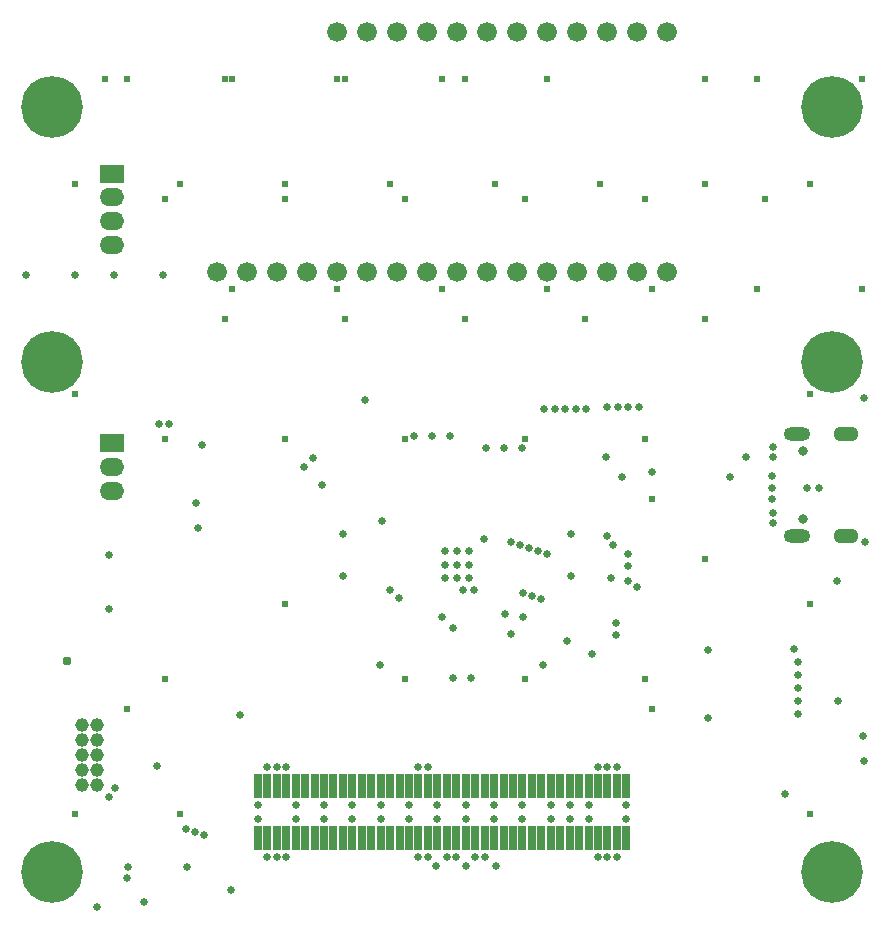
<source format=gbs>
G04*
G04 #@! TF.GenerationSoftware,Altium Limited,Altium Designer,24.2.2 (26)*
G04*
G04 Layer_Color=16711935*
%FSLAX44Y44*%
%MOMM*%
G71*
G04*
G04 #@! TF.SameCoordinates,F7EBB540-B4CE-4F1F-BB4A-EDFB59B12267*
G04*
G04*
G04 #@! TF.FilePolarity,Negative*
G04*
G01*
G75*
%ADD65C,1.6740*%
%ADD72R,0.6500X2.1500*%
G04:AMPARAMS|DCode=73|XSize=1.95mm|YSize=1.15mm|CornerRadius=0.325mm|HoleSize=0mm|Usage=FLASHONLY|Rotation=180.000|XOffset=0mm|YOffset=0mm|HoleType=Round|Shape=RoundedRectangle|*
%AMROUNDEDRECTD73*
21,1,1.9500,0.5000,0,0,180.0*
21,1,1.3000,1.1500,0,0,180.0*
1,1,0.6500,-0.6500,0.2500*
1,1,0.6500,0.6500,0.2500*
1,1,0.6500,0.6500,-0.2500*
1,1,0.6500,-0.6500,-0.2500*
%
%ADD73ROUNDEDRECTD73*%
%ADD74O,2.2500X1.1500*%
%ADD75C,0.8000*%
%ADD76O,2.0550X1.5470*%
%ADD77R,2.0550X1.5470*%
%ADD78C,1.1500*%
%ADD79C,5.2300*%
%ADD80C,0.6072*%
%ADD112C,0.6556*%
%ADD113C,0.7826*%
D65*
X241300Y711200D02*
D03*
X266700D02*
D03*
X292100D02*
D03*
X317500D02*
D03*
X342900D02*
D03*
X368300D02*
D03*
X393700D02*
D03*
X419100D02*
D03*
X444500D02*
D03*
X469900D02*
D03*
X495300D02*
D03*
X520700D02*
D03*
Y508000D02*
D03*
X495300D02*
D03*
X469900D02*
D03*
X444500D02*
D03*
X419100D02*
D03*
X393700D02*
D03*
X368300D02*
D03*
X342900D02*
D03*
X317500D02*
D03*
X292100D02*
D03*
X266700D02*
D03*
X241300D02*
D03*
X215900D02*
D03*
X190500D02*
D03*
X165100D02*
D03*
X139700D02*
D03*
D72*
X174200Y72800D02*
D03*
Y28800D02*
D03*
X182200Y72800D02*
D03*
Y28800D02*
D03*
X190200Y72800D02*
D03*
Y28800D02*
D03*
X198200Y72800D02*
D03*
Y28800D02*
D03*
X206200Y72800D02*
D03*
Y28800D02*
D03*
X214200Y72800D02*
D03*
Y28800D02*
D03*
X222200Y72800D02*
D03*
Y28800D02*
D03*
X230200Y72800D02*
D03*
Y28800D02*
D03*
X238200Y72800D02*
D03*
Y28800D02*
D03*
X246200Y72800D02*
D03*
Y28800D02*
D03*
X254200Y72800D02*
D03*
Y28800D02*
D03*
X262200Y72800D02*
D03*
Y28800D02*
D03*
X270200Y72800D02*
D03*
Y28800D02*
D03*
X278200Y72800D02*
D03*
Y28800D02*
D03*
X286200Y72800D02*
D03*
Y28800D02*
D03*
X294200Y72800D02*
D03*
Y28800D02*
D03*
X302200Y72800D02*
D03*
Y28800D02*
D03*
X310200Y72800D02*
D03*
Y28800D02*
D03*
X318200Y72800D02*
D03*
Y28800D02*
D03*
X326200Y72800D02*
D03*
Y28800D02*
D03*
X334200Y72800D02*
D03*
Y28800D02*
D03*
X342200Y72800D02*
D03*
Y28800D02*
D03*
X350200Y72800D02*
D03*
Y28800D02*
D03*
X358200Y72800D02*
D03*
Y28800D02*
D03*
X366200Y72800D02*
D03*
Y28800D02*
D03*
X374200Y72800D02*
D03*
Y28800D02*
D03*
X382200Y72800D02*
D03*
Y28800D02*
D03*
X390200Y72800D02*
D03*
Y28800D02*
D03*
X398200Y72800D02*
D03*
Y28800D02*
D03*
X406200Y72800D02*
D03*
Y28800D02*
D03*
X414200Y72800D02*
D03*
Y28800D02*
D03*
X422200Y72800D02*
D03*
Y28800D02*
D03*
X430200Y72800D02*
D03*
Y28800D02*
D03*
X438200Y72800D02*
D03*
Y28800D02*
D03*
X446200Y72800D02*
D03*
Y28800D02*
D03*
X454200Y72800D02*
D03*
Y28800D02*
D03*
X462200Y72800D02*
D03*
Y28800D02*
D03*
X470200Y72800D02*
D03*
Y28800D02*
D03*
X478200Y72800D02*
D03*
Y28800D02*
D03*
X486200Y72800D02*
D03*
Y28800D02*
D03*
D73*
X672390Y284500D02*
D03*
Y370900D02*
D03*
D74*
X630590Y284500D02*
D03*
Y370900D02*
D03*
D75*
X635590Y356600D02*
D03*
Y298800D02*
D03*
D76*
X50800Y322900D02*
D03*
Y342900D02*
D03*
Y551180D02*
D03*
Y571180D02*
D03*
Y531180D02*
D03*
D77*
Y362900D02*
D03*
Y591180D02*
D03*
D78*
X25400Y73660D02*
D03*
Y86360D02*
D03*
Y99060D02*
D03*
Y111760D02*
D03*
Y124460D02*
D03*
X38100Y73660D02*
D03*
Y86360D02*
D03*
Y99060D02*
D03*
Y111760D02*
D03*
Y124460D02*
D03*
D79*
X660400Y647700D02*
D03*
X0D02*
D03*
Y431800D02*
D03*
Y0D02*
D03*
X660400D02*
D03*
Y431800D02*
D03*
D80*
X685800Y671830D02*
D03*
X641350Y582930D02*
D03*
X685800Y494030D02*
D03*
X641350Y405130D02*
D03*
Y227330D02*
D03*
Y49530D02*
D03*
X596900Y671830D02*
D03*
X552450Y582930D02*
D03*
X596900Y494030D02*
D03*
X463550Y582930D02*
D03*
X508000Y494030D02*
D03*
Y316230D02*
D03*
Y138430D02*
D03*
X419100Y671830D02*
D03*
X374650Y582930D02*
D03*
X419100Y494030D02*
D03*
X330200Y671830D02*
D03*
X285750Y582930D02*
D03*
X330200Y494030D02*
D03*
X241300Y671830D02*
D03*
X196850Y582930D02*
D03*
X241300Y494030D02*
D03*
X196850Y227330D02*
D03*
X152400Y671830D02*
D03*
X107950Y582930D02*
D03*
X152400Y494030D02*
D03*
X107950Y49530D02*
D03*
X63500Y671830D02*
D03*
X19050Y582930D02*
D03*
Y405130D02*
D03*
X63500Y138430D02*
D03*
X19050Y49530D02*
D03*
X552450Y671830D02*
D03*
X603250Y570230D02*
D03*
X552450Y468630D02*
D03*
Y265430D02*
D03*
X501650Y570230D02*
D03*
X450850Y468630D02*
D03*
X501650Y367030D02*
D03*
Y163830D02*
D03*
X349250Y671830D02*
D03*
X400050Y570230D02*
D03*
X349250Y468630D02*
D03*
X400050Y367030D02*
D03*
Y163830D02*
D03*
X247650Y671830D02*
D03*
X298450Y570230D02*
D03*
X247650Y468630D02*
D03*
X298450Y367030D02*
D03*
Y163830D02*
D03*
X146050Y671830D02*
D03*
X196850Y570230D02*
D03*
X146050Y468630D02*
D03*
X196850Y367030D02*
D03*
X44450Y671830D02*
D03*
X95250Y570230D02*
D03*
Y367030D02*
D03*
Y163830D02*
D03*
D112*
X279400Y297180D02*
D03*
X310200Y12700D02*
D03*
X318200D02*
D03*
X63960Y4260D02*
D03*
X63713Y-5080D02*
D03*
X93980Y505640D02*
D03*
X182200Y12700D02*
D03*
X190200D02*
D03*
X198200D02*
D03*
X462200Y88900D02*
D03*
X470200D02*
D03*
X478200D02*
D03*
X310200D02*
D03*
X318200D02*
D03*
X182200D02*
D03*
X190200D02*
D03*
X198200D02*
D03*
X462200Y12700D02*
D03*
X470200D02*
D03*
X478200D02*
D03*
X374200Y44900D02*
D03*
X350200D02*
D03*
X486200D02*
D03*
Y56700D02*
D03*
X374200D02*
D03*
X350200D02*
D03*
X326200D02*
D03*
Y44900D02*
D03*
X302200D02*
D03*
Y56700D02*
D03*
X278200D02*
D03*
Y44900D02*
D03*
X254200D02*
D03*
Y56700D02*
D03*
X230200D02*
D03*
Y44900D02*
D03*
X206200D02*
D03*
Y56700D02*
D03*
X174200D02*
D03*
Y44900D02*
D03*
X454200Y56700D02*
D03*
X438200D02*
D03*
X422200D02*
D03*
X398200D02*
D03*
X422200Y44900D02*
D03*
X438200D02*
D03*
X454200D02*
D03*
X398200D02*
D03*
X383540Y218440D02*
D03*
X487680Y259080D02*
D03*
X474980Y276860D02*
D03*
X469900Y284480D02*
D03*
X478790Y393700D02*
D03*
X487680Y269240D02*
D03*
Y393700D02*
D03*
X452120Y392430D02*
D03*
X416560D02*
D03*
X496570Y393700D02*
D03*
X469900D02*
D03*
X443230Y392430D02*
D03*
X419100Y269240D02*
D03*
X434340Y392430D02*
D03*
X411480Y271780D02*
D03*
X425450Y392430D02*
D03*
X403860Y274320D02*
D03*
X495300Y241300D02*
D03*
X487680Y246380D02*
D03*
X228600Y327660D02*
D03*
X213360Y342900D02*
D03*
X220980Y350520D02*
D03*
X627820Y188680D02*
D03*
X631820Y177680D02*
D03*
Y133680D02*
D03*
Y155680D02*
D03*
X620776Y66532D02*
D03*
X687720Y93980D02*
D03*
X90170Y379730D02*
D03*
X99060D02*
D03*
X48260Y63500D02*
D03*
X53340Y71120D02*
D03*
X347980Y238760D02*
D03*
X356870D02*
D03*
X293370Y232410D02*
D03*
X285750Y238760D02*
D03*
X-22040Y505640D02*
D03*
X52480Y505640D02*
D03*
X19460Y505640D02*
D03*
X114300Y4260D02*
D03*
X77470Y-25400D02*
D03*
X128270Y31750D02*
D03*
X120650Y34290D02*
D03*
X113030Y36830D02*
D03*
X365760Y281940D02*
D03*
X482675Y334785D02*
D03*
X508000Y338900D02*
D03*
X574115Y334785D02*
D03*
X587455Y351675D02*
D03*
X609980Y303700D02*
D03*
X609980Y351700D02*
D03*
X609980Y359700D02*
D03*
X609980Y295700D02*
D03*
X469185Y351825D02*
D03*
X388620Y201930D02*
D03*
X406400Y233680D02*
D03*
X398780Y236220D02*
D03*
X414020Y231140D02*
D03*
X631820Y166680D02*
D03*
Y144680D02*
D03*
X330200Y215900D02*
D03*
X388620Y279400D02*
D03*
X396240Y276860D02*
D03*
X473450Y249060D02*
D03*
X366200Y12700D02*
D03*
X358200D02*
D03*
X342200D02*
D03*
X334200D02*
D03*
X375920Y5080D02*
D03*
X350520D02*
D03*
X325120D02*
D03*
X265190Y400050D02*
D03*
X126890Y361950D02*
D03*
X123278Y291740D02*
D03*
X121778Y312420D02*
D03*
X88830Y90110D02*
D03*
X151780Y-15240D02*
D03*
X37720Y-29480D02*
D03*
X158750Y133350D02*
D03*
X456750Y184840D02*
D03*
X435930Y195660D02*
D03*
X477570Y210660D02*
D03*
Y200660D02*
D03*
X665820Y144680D02*
D03*
X354330Y164450D02*
D03*
X339090D02*
D03*
X277480Y175260D02*
D03*
X415940D02*
D03*
X398780Y215900D02*
D03*
X555220Y187780D02*
D03*
Y130280D02*
D03*
X686720Y114880D02*
D03*
X664210Y246380D02*
D03*
X688340Y279400D02*
D03*
X687070Y401320D02*
D03*
X609600Y316230D02*
D03*
X648970Y325120D02*
D03*
X638810D02*
D03*
X609600D02*
D03*
Y335280D02*
D03*
X339090Y207010D02*
D03*
X47975Y222785D02*
D03*
X47975Y268505D02*
D03*
X439420Y250350D02*
D03*
X439420Y286350D02*
D03*
X367030Y359410D02*
D03*
X382270D02*
D03*
X397510D02*
D03*
X246380Y250350D02*
D03*
Y286350D02*
D03*
X321310Y369570D02*
D03*
X306070D02*
D03*
X342900Y271780D02*
D03*
X332740Y260350D02*
D03*
Y248920D02*
D03*
X336550Y369570D02*
D03*
X342900Y248920D02*
D03*
X353060D02*
D03*
X332740Y271780D02*
D03*
X353060D02*
D03*
Y260350D02*
D03*
X342900D02*
D03*
D113*
X12700Y179070D02*
D03*
M02*

</source>
